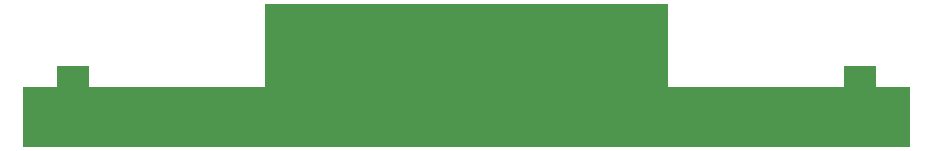
<source format=gbr>
G04 DipTrace 2.4.0.2*
%INBoard.gbr*%
%MOIN*%
%ADD11C,0.0055*%
%FSLAX44Y44*%
G04*
G70*
G90*
G75*
G01*
%LNBoardPoly*%
%LPD*%
G36*
X3940Y5940D2*
D11*
X5065D1*
Y6628D1*
X6128D1*
Y5940D1*
X12004D1*
Y8691D1*
X25442D1*
Y5940D1*
X31318D1*
Y6628D1*
X32381D1*
Y5940D1*
X33506D1*
Y3940D1*
X3940D1*
Y5940D1*
G37*
M02*

</source>
